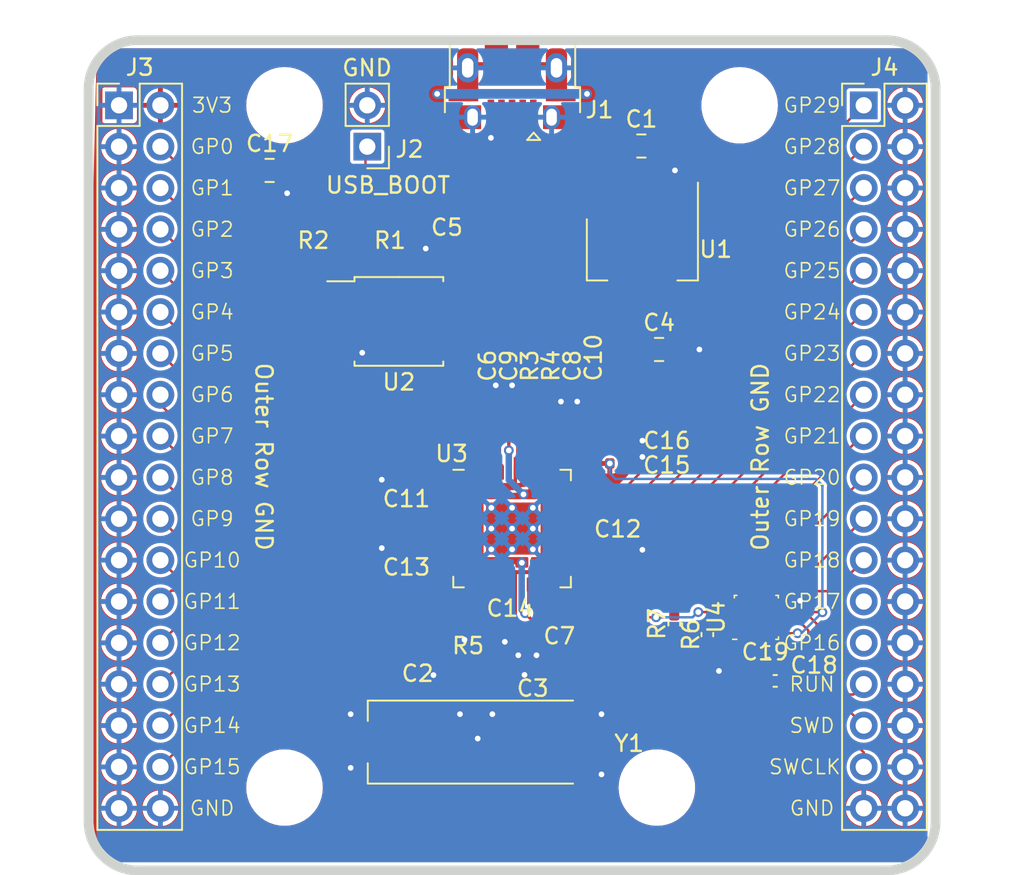
<source format=kicad_pcb>
(kicad_pcb (version 20221018) (generator pcbnew)
  (title_block (title "RP2040 Minimal Design Example") (date "2020-07-13") (rev "REV1") (company "Raspberry Pi (Trading) Ltd"))
  (layers (0 "F.Cu" signal) (31 "B.Cu" signal) (34 "B.Paste" user) (35 "F.Paste" user) (36 "B.SilkS" user "B.Silkscreen") (37 "F.SilkS" user "F.Silkscreen") (38 "B.Mask" user) (39 "F.Mask" user) (44 "Edge.Cuts" user))
  (net 0 "")
  (net 1 "GND")
  (net 2 "VBUS")
  (net 3 "/XIN")
  (net 4 "/XOUT")
  (net 5 "+3V3")
  (net 6 "+1V1")
  (net 8 "/~{USB_BOOT}")
  (net 9 "/GPIO15")
  (net 10 "/GPIO14")
  (net 11 "/GPIO13")
  (net 12 "/GPIO12")
  (net 13 "/GPIO11")
  (net 14 "/GPIO10")
  (net 15 "/GPIO9")
  (net 16 "/GPIO8")
  (net 17 "/GPIO7")
  (net 18 "/GPIO6")
  (net 19 "/GPIO5")
  (net 20 "/GPIO4")
  (net 21 "/GPIO3")
  (net 22 "/GPIO2")
  (net 23 "/GPIO1")
  (net 24 "/GPIO0")
  (net 25 "/GPIO29_ADC3")
  (net 26 "/GPIO28_ADC2")
  (net 27 "/GPIO27_ADC1")
  (net 28 "/GPIO26_ADC0")
  (net 29 "/GPIO25")
  (net 30 "/GPIO24")
  (net 31 "/GPIO23")
  (net 32 "/GPIO22")
  (net 33 "/GPIO21")
  (net 34 "/GPIO20")
  (net 35 "/GPIO19")
  (net 36 "/GPIO18")
  (net 37 "/RUN")
  (net 38 "/SWD")
  (net 39 "/SWCLK")
  (net 40 "/QSPI_SS")
  (net 43 "/QSPI_SD3")
  (net 44 "/QSPI_SCLK")
  (net 45 "/QSPI_SD0")
  (net 46 "/QSPI_SD2")
  (net 47 "/QSPI_SD1")
  (net 48 "/USB_D+")
  (net 49 "/USB_D-")
  (net 50 "Net-(C3-Pad1)")
  (net 51 "Net-(U3-USB_DP)")
  (net 52 "Net-(U3-USB_DM)")
  (net 53 "/SDI")
  (net 54 "/SCK")
  (net 55 "Net-(U4-CSB)")
  (footprint "Capacitor_SMD:C_0805_2012Metric" (layer "F.Cu") (at 109.025 89)
    (fp_text reference "C4")
    (fp_text value "10u")
  )
  (footprint "RP2040_minimal:USB_Micro-B_Amphenol_10103594-0001LF_Horizontal_modified" (layer "F.Cu") (at 100 71.7 180)
    (fp_text reference "J1")
    (fp_text value "USB_B_Micro")
  )
  (footprint "Connector_PinHeader_2.54mm:PinHeader_1x02_P2.54mm_Vertical" (layer "F.Cu") (at 91.11 76.54 180)
    (fp_text reference "J2")
    (fp_text value "Conn_01x02")
  )
  (footprint "Connector_PinHeader_2.54mm:PinHeader_2x18_P2.54mm_Vertical" (layer "F.Cu") (at 75.87 74)
    (fp_text reference "J3")
    (fp_text value "Conn_02x18_Odd_Even")
  )
  (footprint "Capacitor_SMD:C_0402_1005Metric" (layer "F.Cu") (at 104 93.515 90)
    (fp_text reference "C10")
    (fp_text value "1u")
  )
  (footprint "Capacitor_SMD:C_0402_1005Metric" (layer "F.Cu") (at 103 93.515 90)
    (fp_text reference "C8")
    (fp_text value "1u")
  )
  (footprint "Capacitor_SMD:C_0402_1005Metric" (layer "F.Cu") (at 93.515 101.2 180)
    (fp_text reference "C13")
    (fp_text value "100n")
  )
  (footprint "Capacitor_SMD:C_0402_1005Metric" (layer "F.Cu") (at 96.185 82.83 180)
    (fp_text reference "C5")
    (fp_text value "100n")
  )
  (footprint "Capacitor_SMD:C_0402_1005Metric" (layer "F.Cu") (at 89.5 82.315 -90)
    (fp_text reference "R2")
    (fp_text value "DNF")
  )
  (footprint "Connector_PinHeader_2.54mm:PinHeader_2x18_P2.54mm_Vertical" (layer "F.Cu") (at 121.59 74)
    (fp_text reference "J4")
    (fp_text value "Conn_02x18_Odd_Even")
  )
  (footprint "Package_TO_SOT_SMD:SOT-223-3_TabPin2" (layer "F.Cu") (at 108 82.85 -90)
    (fp_text reference "U1")
    (fp_text value "NCP1117-3.3_SOT223")
  )
  (footprint "Package_SO:SOIC-8_5.23x5.23mm_P1.27mm" (layer "F.Cu") (at 93.05 87.275)
    (fp_text reference "U2")
    (fp_text value "W25Q128JVS")
  )
  (footprint "Capacitor_SMD:C_0402_1005Metric" (layer "F.Cu") (at 99.485 109)
    (fp_text reference "C3")
    (fp_text value "27p")
  )
  (footprint "Capacitor_SMD:C_0402_1005Metric" (layer "F.Cu") (at 91 82.315 90)
    (fp_text reference "R1")
    (fp_text value "1k")
  )
  (footprint "Capacitor_SMD:C_0402_1005Metric" (layer "F.Cu") (at 100 92.515 90)
    (fp_text reference "C9")
    (fp_text value "100n")
  )
  (footprint "Capacitor_SMD:C_0402_1005Metric" (layer "F.Cu") (at 106.485 101.2)
    (fp_text reference "C12")
    (fp_text value "100n")
  )
  (footprint "Capacitor_SMD:C_0402_1005Metric" (layer "F.Cu") (at 100.381 106.485 -90)
    (fp_text reference "C14")
    (fp_text value "100n")
  )
  (footprint "Capacitor_SMD:C_0402_1005Metric" (layer "F.Cu") (at 101 93.515 -90)
    (fp_text reference "R3")
    (fp_text value "27")
  )
  (footprint "Capacitor_SMD:C_0402_1005Metric" (layer "F.Cu") (at 101.5 106.485 -90)
    (fp_text reference "C7")
    (fp_text value "100n")
  )
  (footprint "Capacitor_SMD:C_0805_2012Metric" (layer "F.Cu") (at 107.9375 76.5)
    (fp_text reference "C1")
    (fp_text value "10u")
  )
  (footprint "Capacitor_SMD:C_0402_1005Metric" (layer "F.Cu") (at 93.515 97 180)
    (fp_text reference "C11")
    (fp_text value "100n")
  )
  (footprint "Capacitor_SMD:C_0402_1005Metric" (layer "F.Cu") (at 106.485 94.6)
    (fp_text reference "C16")
    (fp_text value "100n")
  )
  (footprint "RP2040_minimal:RP2040-QFN-56" (layer "F.Cu") (at 100 100)
    (fp_text reference "U3")
    (fp_text value "RP2040")
  )
  (footprint "Capacitor_SMD:C_0402_1005Metric" (layer "F.Cu") (at 96.515 109 180)
    (fp_text reference "C2")
    (fp_text value "27p")
  )
  (footprint "MountingHole:MountingHole_2.7mm_M2.5" (layer "F.Cu") (at 113.97 74)
    (fp_text reference "H2" hide)
    (fp_text value "MountingHole")
  )
  (footprint "Capacitor_SMD:C_0402_1005Metric" (layer "F.Cu") (at 102 93.515 -90)
    (fp_text reference "R4")
    (fp_text value "27")
  )
  (footprint "MountingHole:MountingHole_2.7mm_M2.5" (layer "F.Cu") (at 108.89 115.91)
    (fp_text reference "H3" hide)
    (fp_text value "MountingHole")
  )
  (footprint "Capacitor_SMD:C_0402_1005Metric" (layer "F.Cu") (at 99 92.515 90)
    (fp_text reference "C6")
    (fp_text value "100n")
  )
  (footprint "Capacitor_SMD:C_0402_1005Metric" (layer "F.Cu") (at 106.485 96)
    (fp_text reference "C15")
    (fp_text value "100n")
  )
  (footprint "Capacitor_SMD:C_0402_1005Metric" (layer "F.Cu") (at 98.7 107.115 -90)
    (fp_text reference "R5")
    (fp_text value "1k")
  )
  (footprint "MountingHole:MountingHole_2.7mm_M2.5" (layer "F.Cu") (at 86.03 74)
    (fp_text reference "H1" hide)
    (fp_text value "MountingHole")
  )
  (footprint "MountingHole:MountingHole_2.7mm_M2.5" (layer "F.Cu") (at 86.03 115.91)
    (fp_text reference "H4" hide)
    (fp_text value "MountingHole")
  )
  (footprint "RP2040_minimal:Crystal_SMD_HC49-US" (layer "F.Cu") (at 97.841 113.116)
    (fp_text reference "Y1")
    (fp_text value "ABLS-12.000MHZ-B4-T")
  )
  (footprint "Capacitor_SMD:C_0805_2012Metric" (layer "F.Cu") (at 85.115 78)
    (fp_text reference "C17")
    (fp_text value "10u")
  )
  (footprint "Capacitor_SMD:C_0402_1005Metric" (layer "F.Cu") (at 111.9888 106.512 -90)
    (fp_text reference "R6")
    (fp_text value "4.7k")
  )
  (footprint "Package_LGA:Bosch_LGA-8_2.5x2.5mm_P0.65mm_ClockwisePinNumbering" (layer "F.Cu") (at 114.995 105.455 90)
    (fp_text reference "U4")
    (fp_text value "BME280")
  )
  (footprint "Capacitor_SMD:C_0402_1005Metric" (layer "F.Cu") (at 109.9568 105.8516 -90)
    (fp_text reference "R7")
    (fp_text value "4.7k")
  )
  (footprint "Capacitor_SMD:C_0402_1005Metric" (layer "F.Cu") (at 115.6972 107.5788 180)
    (fp_text reference "C19")
    (fp_text value "100n")
  )
  (footprint "Capacitor_SMD:C_0402_1005Metric" (layer "F.Cu") (at 116.1544 109.3568 180)
    (fp_text reference "C18")
    (fp_text value "100n")
  )
  (gr_line (start 123 121) (end 77 121) (stroke (width 0.6)) (layer "Edge.Cuts"))
  (gr_line (start 126 73) (end 126 118) (stroke (width 0.6)) (layer "Edge.Cuts"))
  (gr_line (start 77 70) (end 123 70) (stroke (width 0.6)) (layer "Edge.Cuts"))
  (gr_line (start 74 118) (end 74 73) (stroke (width 0.6)) (layer "Edge.Cuts"))
  (gr_arc (start 77 121) (mid 74.87868 120.12132) (end 74 118) (stroke (width 0.6)) (layer "Edge.Cuts"))
  (gr_arc (start 123 70) (mid 125.12132 70.87868) (end 126 73) (stroke (width 0.6)) (layer "Edge.Cuts"))
  (gr_arc (start 126 118) (mid 125.12132 120.12132) (end 123 121) (stroke (width 0.6)) (layer "Edge.Cuts"))
  (gr_arc (start 74 73) (mid 74.87868 70.87868) (end 77 70) (stroke (width 0.6)) (layer "Edge.Cuts"))
  (gr_text "GP1" (at 81.585 79.08) (layer "F.SilkS") (effects (font (size 0.9 0.9) (thickness 0.1))))
  (gr_text "GP2" (at 81.585 81.62) (layer "F.SilkS") (effects (font (size 0.9 0.9) (thickness 0.1))))
  (gr_text "GP3" (at 81.585 84.16) (layer "F.SilkS") (effects (font (size 0.9 0.9) (thickness 0.1))))
  (gr_text "GP4" (at 81.585 86.7) (layer "F.SilkS") (effects (font (size 0.9 0.9) (thickness 0.1))))
  (gr_text "GP5" (at 81.585 89.24) (layer "F.SilkS") (effects (font (size 0.9 0.9) (thickness 0.1))))
  (gr_text "GP6" (at 81.585 91.78) (layer "F.SilkS") (effects (font (size 0.9 0.9) (thickness 0.1))))
  (gr_text "GP7" (at 81.585 94.32) (layer "F.SilkS") (effects (font (size 0.9 0.9) (thickness 0.1))))
  (gr_text "GP8" (at 81.585 96.86) (layer "F.SilkS") (effects (font (size 0.9 0.9) (thickness 0.1))))
  (gr_text "GP9" (at 81.585 99.4) (layer "F.SilkS") (effects (font (size 0.9 0.9) (thickness 0.1))))
  (gr_text "GP11" (at 81.585 104.48) (layer "F.SilkS") (effects (font (size 0.9 0.9) (thickness 0.1))))
  (gr_text "GP10" (at 81.585 101.94) (layer "F.SilkS") (effects (font (size 0.9 0.9) (thickness 0.1))))
  (gr_text "GP12" (at 81.585 107.02) (layer "F.SilkS") (effects (font (size 0.9 0.9) (thickness 0.1))))
  (gr_text "GP13" (at 81.585 109.56) (layer "F.SilkS") (effects (font (size 0.9 0.9) (thickness 0.1))))
  (gr_text "GP15" (at 81.585 114.64) (layer "F.SilkS") (effects (font (size 0.9 0.9) (thickness 0.1))))
  (gr_text "GP14" (at 81.585 112.1) (layer "F.SilkS") (effects (font (size 0.9 0.9) (thickness 0.1))))
  (gr_text "GP28" (at 118.415 76.54) (layer "F.SilkS") (effects (font (size 0.9 0.9) (thickness 0.1))))
  (gr_text "GP27" (at 118.415 79.08) (layer "F.SilkS") (effects (font (size 0.9 0.9) (thickness 0.1))))
  (gr_text "GP26" (at 118.415 81.62) (layer "F.SilkS") (effects (font (size 0.9 0.9) (thickness 0.1))))
  (gr_text "GP25" (at 118.415 84.16) (layer "F.SilkS") (effects (font (size 0.9 0.9) (thickness 0.1))))
  (gr_text "GP24" (at 118.415 86.7) (layer "F.SilkS") (effects (font (size 0.9 0.9) (thickness 0.1))))
  (gr_text "GP23" (at 118.415 89.24) (layer "F.SilkS") (effects (font (size 0.9 0.9) (thickness 0.1))))
  (gr_text "GP21" (at 118.415 94.32) (layer "F.SilkS") (effects (font (size 0.9 0.9) (thickness 0.1))))
  (gr_text "GP20" (at 118.415 96.86) (layer "F.SilkS") (effects (font (size 0.9 0.9) (thickness 0.1))))
  (gr_text "GP19" (at 118.415 99.4) (layer "F.SilkS") (effects (font (size 0.9 0.9) (thickness 0.1))))
  (gr_text "GP17" (at 118.415 104.48) (layer "F.SilkS") (effects (font (size 0.9 0.9) (thickness 0.1))))
  (gr_text "GP22" (at 118.415 91.78) (layer "F.SilkS") (effects (font (size 0.9 0.9) (thickness 0.1))))
  (gr_text "GP18" (at 118.415 101.94) (layer "F.SilkS") (effects (font (size 0.9 0.9) (thickness 0.1))))
  (gr_text "SWCLK" (at 117.9705 114.64) (layer "F.SilkS") (effects (font (size 0.9 0.9) (thickness 0.1))))
  (gr_text "SWD" (at 118.415 112.1) (layer "F.SilkS") (effects (font (size 0.9 0.9) (thickness 0.1))))
  (gr_text "GP16" (at 118.415 107.02) (layer "F.SilkS") (effects (font (size 0.9 0.9) (thickness 0.1))))
  (gr_text "RUN" (at 118.415 109.56) (layer "F.SilkS") (effects (font (size 0.9 0.9) (thickness 0.1))))
  (gr_text "GND" (at 81.585 117.18) (layer "F.SilkS") (effects (font (size 0.9 0.9) (thickness 0.1))))
  (gr_text "GND" (at 118.415 117.18) (layer "F.SilkS") (effects (font (size 0.9 0.9) (thickness 0.1))))
  (gr_text "GP29" (at 118.415 74) (layer "F.SilkS") (effects (font (size 0.9 0.9) (thickness 0.1))))
  (gr_text "Outer Row GND" (at 84.76 95.59 270) (layer "F.SilkS") (effects (font (size 1 1))))
  (gr_text "Outer Row GND" (at 115.24 95.59 90) (layer "F.SilkS") (effects (font (size 1 1))))
  (gr_text "GP0" (at 81.585 76.54) (layer "F.SilkS") (effects (font (size 0.9 0.9) (thickness 0.1))))
  (gr_text "\nUSB_BOOT" (at 92.38 78.1) (layer "F.SilkS") (effects (font (size 1 1))))
  (gr_text "GND" (at 91.1 71.7) (layer "F.SilkS") (effects (font (size 1 1))))
  (gr_text "3V3" (at 81.585 74) (layer "F.SilkS") (effects (font (size 0.9 0.9) (thickness 0.1))))
  (segment (start 93.03 101.2) (end 92 101.2) (width 0.2) (layer "F.Cu") (net 1))
  (segment (start 113.97 106.43) (end 113.97 108.7472) (width 0.15) (layer "F.Cu") (net 1))
  (segment (start 95.375 82.8) (end 94.7 82.8) (width 0.2) (layer "F.Cu") (net 1))
  (segment (start 97.54 71.45) (end 97.27 71.72) (width 0.2) (layer "F.Cu") (net 1))
  (segment (start 116.6116 108.5948) (end 114.76 108.5948) (width 0.15) (layer "F.Cu") (net 1))
  (segment (start 114.76 108.5948) (end 114.6076 108.7472) (width 0.15) (layer "F.Cu") (net 1))
  (segment (start 89.45 89.18) (end 90.78 89.18) (width 0.2) (layer "F.Cu") (net 1))
  (segment (start 96.03 109) (end 95.174 109) (width 0.2) (layer "F.Cu") (net 1))
  (segment (start 117.7084 105.78) (end 118.1864 106.258) (width 0.15) (layer "F.Cu") (net 1))
  (segment (start 104 93.03) (end 104 92.2) (width 0.2) (layer "F.Cu") (net 1))
  (segment (start 106.97 94.6) (end 108 94.6) (width 0.2) (layer "F.Cu") (net 1))
  (segment (start 99.97 109) (end 100.7505 109) (width 0.15) (layer "F.Cu") (net 1))
  (segment (start 100 92.03) (end 100 91.2) (width 0.2) (layer "F.Cu") (net 1))
  (segment (start 107.6 96) (end 108 95.6) (width 0.15) (layer "F.Cu") (net 1))
  (segment (start 106.97 101.2) (end 107.075 101.305) (width 0.2) (layer "F.Cu") (net 1))
  (segment (start 99 92.03) (end 99 91.200008) (width 0.2) (layer "F.Cu") (net 1))
  (segment (start 99.97 109) (end 99.97 108.68) (width 0.15) (layer "F.Cu") (net 1))
  (segment (start 100.381 106.97) (end 100.381 107.781984) (width 0.2) (layer "F.Cu") (net 1))
  (segment (start 95.7 82.83) (end 95.405 82.83) (width 0.2) (layer "F.Cu") (net 1))
  (segment (start 99.5555 108.2655) (end 99.5555 108.0995) (width 0.15) (layer "F.Cu") (net 1))
  (segment (start 112.7 108.7472) (end 113.97 108.7472) (width 0.15) (layer "F.Cu") (net 1))
  (segment (start 86.14 78.95) (end 86.19 79) (width 0.15) (layer "F.Cu") (net 1))
  (segment (start 110.3 78.3) (end 110 78) (width 0.2) (layer "F.Cu") (net 1))
  (segment (start 98.7 74.6) (end 98.7 76) (width 0.2) (layer "F.Cu") (net 1))
  (segment (start 110.05 89) (end 111.5 89) (width 0.2) (layer "F.Cu") (net 1))
  (segment (start 106.97 96) (end 107.6 96) (width 0.15) (layer "F.Cu") (net 1))
  (segment (start 86.14 78) (end 86.14 79.25) (width 0.15) (layer "F.Cu") (net 1))
  (segment (start 97.079 106.5755) (end 97.079 106.8295) (width 0.15) (layer "F.Cu") (net 1))
  (segment (start 107.075 101.305) (end 108 101.305) (width 0.2) (layer "F.Cu") (net 1))
  (segment (start 99 104.6545) (end 97.079 106.5755) (width 0.15) (layer "F.Cu") (net 1))
  (segment (start 99.04 71.45) (end 97.54 71.45) (width 0.2) (layer "F.Cu") (net 1))
  (segment (start 99 103.4375) (end 99 104.6545) (width 0.15) (layer "F.Cu") (net 1))
  (segment (start 116.02 104.48) (end 117.6276 104.48) (width 0.15) (layer "F.Cu") (net 1))
  (segment (start 115.2172 108.1376) (end 114.6076 108.7472) (width 0.15) (layer "F.Cu") (net 1))
  (segment (start 100.381 107.781984) (end 100.380994 107.78199) (width 0.2) (layer "F.Cu") (net 1))
  (segment (start 108.875 76.5) (end 108.875 76.875) (width 0.2) (layer "F.Cu") (net 1))
  (segment (start 116.02 105.78) (end 117.7084 105.78) (width 0.15) (layer "F.Cu") (net 1))
  (segment (start 100.96 71.45) (end 102.46 71.45) (width 0.2) (layer "F.Cu") (net 1))
  (segment (start 95.405 82.83) (end 95.375 82.8) (width 0.2) (layer "F.Cu") (net 1))
  (segment (start 118.1864 106.258) (end 118.1864 107.02) (width 0.15) (layer "F.Cu") (net 1))
  (segment (start 103 93.03) (end 103 92.2) (width 0.2) (layer "F.Cu") (net 1))
  (segment (start 100.7505 109) (end 100.762 108.9885) (width 0.15) (layer "F.Cu") (net 1))
  (segment (start 99 113.35) (end 99 114.4) (width 0.2) (layer "F.Cu") (net 1))
  (segment (start 117.6276 104.48) (end 117.6784 104.4292) (width 0.15) (layer "F.Cu") (net 1))
  (segment (start 108.875 76.875) (end 110 78) (width 0.2) (layer "F.Cu") (net 1))
  (segment (start 99.97 108.68) (end 99.5555 108.2655) (width 0.15) (layer "F.Cu") (net 1))
  (segment (start 101.5 106.97) (end 101.5 107.782004) (width 0.2) (layer "F.Cu") (net 1))
  (segment (start 110.3 79.7) (end 110.3 78.3) (width 0.2) (layer "F.Cu") (net 1))
  (segment (start 90.78 89.18) (end 90.8 89.2) (width 0.2) (layer "F.Cu") (net 1))
  (segment (start 96.8 111.65) (end 96.8 110.599974) (width 0.2) (layer "F.Cu") (net 1))
  (segment (start 118.1864 107.02) (end 116.6116 108.5948) (width 0.15) (layer "F.Cu") (net 1))
  (segment (start 93.03 97) (end 92 97) (width 0.2) (layer "F.Cu") (net 1))
  (segment (start 86.19 79) (end 86.19 79.1) (width 0.15) (layer "F.Cu") (net 1))
  (segment (start 113.97 108.7472) (end 114.6076 108.7472) (width 0.15) (layer "F.Cu") (net 1))
  (segment (start 115.2172 107.5788) (end 115.2172 108.1376) (width 0.15) (layer "F.Cu") (net 1))
  (segment (start 102.46 71.45) (end 102.73 71.72) (width 0.2) (layer "F.Cu") (net 1))
  (via (at 99.5555 106.9565) (size 0.6) (drill 0.35) (layers "F.Cu" "B.Cu") (net 1))
  (via (at 97.89 112.9) (size 0.6) (drill 0.35) (layers "F.Cu" "B.Cu") (net 1))
  (via (at 98.79 111.4) (size 0.6) (drill 0.35) (layers "F.Cu" "B.Cu") (net 1))
  (via (at 90.09 114.7) (size 0.6) (drill 0.35) (layers "F.Cu" "B.Cu") (net 1))
  (via (at 90.09 111.4) (size 0.6) (drill 0.35) (layers "F.Cu" "B.Cu") (net 1))
  (via (at 105.49 111.4) (size 0.6) (drill 0.35) (layers "F.Cu" "B.Cu") (net 1))
  (via (at 108 94.6) (size 0.6) (drill 0.35) (layers "F.Cu" "B.Cu") (net 1))
  (via (at 92 97) (size 0.6) (drill 0.35) (layers "F.Cu" "B.Cu") (net 1))
  (via (at 104 92.2) (size 0.6) (drill 0.35) (layers "F.Cu" "B.Cu") (net 1))
  (via (at 110 78) (size 0.6) (drill 0.35) (layers "F.Cu" "B.Cu") (net 1))
  (via (at 101.5 107.782004) (size 0.6) (drill 0.35) (layers "F.Cu" "B.Cu") (net 1))
  (via (at 108 101.305) (size 0.6) (drill 0.35) (layers "F.Cu" "B.Cu") (net 1))
  (via (at 108 95.6) (size 0.6) (drill 0.35) (layers "F.Cu" "B.Cu") (net 1))
  (via (at 92 101.2) (size 0.6) (drill 0.35) (layers "F.Cu" "B.Cu") (net 1))
  (via (at 98.7 76) (size 0.6) (drill 0.35) (layers "F.Cu" "B.Cu") (net 1))
  (via (at 99 91.200008) (size 0.6) (drill 0.35) (layers "F.Cu" "B.Cu") (net 1))
  (via (at 86.19 79.4) (size 0.6) (drill 0.35) (layers "F.Cu" "B.Cu") (net 1))
  (via (at 117.6784 104.4292) (size 0.6) (drill 0.35) (layers "F.Cu" "B.Cu") (net 1))
  (via (at 100.380994 107.78199) (size 0.6) (drill 0.35) (layers "F.Cu" "B.Cu") (net 1))
  (via (at 95.174 109) (size 0.6) (drill 0.35) (layers "F.Cu" "B.Cu") (net 1))
  (via (at 111.5 89) (size 0.6) (drill 0.35) (layers "F.Cu" "B.Cu") (net 1))
  (via (at 100.762 108.9885) (size 0.6) (drill 0.35) (layers "F.Cu" "B.Cu") (net 1))
  (via (at 96.8 111.4) (size 0.6) (drill 0.35) (layers "F.Cu" "B.Cu") (net 1))
  (via (at 105.49 115.1) (size 0.6) (drill 0.35) (layers "F.Cu" "B.Cu") (net 1))
  (via (at 103 92.2) (size 0.6) (drill 0.35) (layers "F.Cu" "B.Cu") (net 1))
  (via (at 112.7 108.7472) (size 0.6) (drill 0.35) (layers "F.Cu" "B.Cu") (net 1))
  (via (at 100 91.2) (size 0.6) (drill 0.35) (layers "F.Cu" "B.Cu") (net 1))
  (via (at 97.079 106.8295) (size 0.6) (drill 0.35) (layers "F.Cu" "B.Cu") (net 1))
  (via (at 90.8 89.2) (size 0.6) (drill 0.35) (layers "F.Cu" "B.Cu") (net 1))
  (via (at 94.7 82.8) (size 0.6) (drill 0.35) (layers "F.Cu" "B.Cu") (net 1))
  (segment (start 103.299999 92.499999) (end 103 92.2) (width 0.2) (layer "B.Cu") (net 1))
  (segment (start 103.8 93) (end 103.299999 92.499999) (width 0.2) (layer "B.Cu") (net 1))
  (segment (start 104 93) (end 103.8 93) (width 0.2) (layer "B.Cu") (net 1))
  (segment (start 101.3 75.5) (end 102.1 76.3) (width 0.4) (layer "F.Cu") (net 2))
  (segment (start 101.3 74.525) (end 101.3 75.5) (width 0.4) (layer "F.Cu") (net 2))
  (segment (start 97.6505 109.6505) (end 97.6505 111.7825) (width 0.15) (layer "F.Cu") (net 3))
  (segment (start 97.8 108.2) (end 97 109) (width 0.15) (layer "F.Cu") (net 3))
  (segment (start 96.317 113.116) (end 93.341 113.116) (width 0.15) (layer "F.Cu") (net 3))
  (segment (start 99.4 104.937861) (end 97.8 106.537861) (width 0.15) (layer "F.Cu") (net 3))
  (segment (start 97.6505 111.7825) (end 96.317 113.116) (width 0.15) (layer "F.Cu") (net 3))
  (segment (start 97 109) (end 97.6505 109.6505) (width 0.15) (layer "F.Cu") (net 3))
  (segment (start 97.8 106.537861) (end 97.8 108.2) (width 0.15) (layer "F.Cu") (net 3))
  (segment (start 99.4 103.4375) (end 99.4 104.937861) (width 0.15) (layer "F.Cu") (net 3))
  (segment (start 98.7 106.2) (end 98.7 106.63) (width 0.15) (layer "F.Cu") (net 4))
  (segment (start 99.8 105.1) (end 98.7 106.2) (width 0.15) (layer "F.Cu") (net 4))
  (segment (start 99.8 103.4375) (end 99.8 105.1) (width 0.15) (layer "F.Cu") (net 4))
  (segment (start 119.0396 105.13) (end 117.9832 105.13) (width 0.15) (layer "F.Cu") (net 5))
  (segment (start 100.2 97.4) (end 100.2 97) (width 0.2) (layer "F.Cu") (net 5))
  (segment (start 100.6 96.5625) (end 100.6 97.2) (width 0.2) (layer "F.Cu") (net 5))
  (segment (start 100.350001 94.112535) (end 100.350001 95.549999) (width 0.2) (layer "F.Cu") (net 5))
  (segment (start 100.2 96.5625) (end 100.2 97.4) (width 0.2) (layer "F.Cu") (net 5))
  (segment (start 100.2 95.7) (end 100.2 96.5625) (width 0.2) (layer "F.Cu") (net 5))
  (segment (start 100 93.762534) (end 100.350001 94.112535) (width 0.2) (layer "F.Cu") (net 5))
  (segment (start 74.7 72.9) (end 74.7 75.2) (width 0.3) (layer "F.Cu") (net 5))
  (segment (start 96.65 85.37) (end 96.65 82.85) (width 0.2) (layer "F.Cu") (net 5))
  (segment (start 100.701 106) (end 100.9525 106.2515) (width 0.15) (layer "F.Cu") (net 5))
  (segment (start 100.2 103.4375) (end 100.2 102.8) (width 0.2) (layer "F.Cu") (net 5))
  (segment (start 102.2 96.1) (end 103.6 94.7) (width 0.2) (layer "F.Cu") (net 5))
  (segment (start 96.5625 97.4) (end 95.7 97.4) (width 0.2) (layer "F.Cu") (net 5))
  (segment (start 103.4375 101) (end 105.8 101) (width 0.2) (layer "F.Cu") (net 5))
  (segment (start 100.381 105.6865) (end 100.381 106) (width 0.2) (layer "F.Cu") (net 5))
  (segment (start 100.6 97.2) (end 100.4 97.4) (width 0.2) (layer "F.Cu") (net 5))
  (segment (start 118.6944 105.8412) (end 118.6944 107.2968) (width 0.15) (layer "F.Cu") (net 5))
  (segment (start 108 86) (end 108 89) (width 0.2) (layer "F.Cu") (net 5))
  (segment (start 100.9525 108.163) (end 101.096505 108.307005) (width 0.15) (layer "F.Cu") (net 5))
  (segment (start 116.02 105.13) (end 117.9832 105.13) (width 0.15) (layer "F.Cu") (net 5))
  (segment (start 94.2 101) (end 94 101.2) (width 0.2) (layer "F.Cu") (net 5))
  (segment (start 100.2 102.8) (end 100 102.6) (width 0.2) (layer "F.Cu") (net 5))
  (segment (start 117.9832 105.13) (end 118.6944 105.8412) (width 0.15) (layer "F.Cu") (net 5))
  (segment (start 96.5625 97.4) (end 97.4 97.4) (width 0.2) (layer "F.Cu") (net 5))
  (segment (start 100.2 103.4375) (end 100.2 105.5055) (width 0.2) (layer "F.Cu") (net 5))
  (segment (start 100.350001 95.549999) (end 100.2 95.7) (width 0.2) (layer "F.Cu") (net 5))
  (segment (start 119.05 105.1404) (end 119.0396 105.13) (width 0.15) (layer "F.Cu") (net 5))
  (segment (start 117.526 106.43) (end 116.9672 106.43) (width 0.15) (layer "F.Cu") (net 5))
  (segment (start 96.5625 101) (end 94.2 101) (width 0.2) (layer "F.Cu") (net 5))
  (segment (start 103.4375 97.4) (end 102.6 97.4) (width 0.2) (layer "F.Cu") (net 5))
  (segment (start 116.9672 106.7888) (end 116.1772 107.5788) (width 0.15) (layer "F.Cu") (net 5))
  (segment (start 100.9525 106.2515) (end 100.9525 108.163) (width 0.15) (layer "F.Cu") (net 5))
  (segment (start 103.4375 101) (end 102.6 101) (width 0.2) (layer "F.Cu") (net 5))
  (segment (start 96.65 82.85) (end 96.67 82.83) (width 0.2) (layer "F.Cu") (net 5))
  (segment (start 102.6 96.5625) (end 102.6 97.4) (width 0.2) (layer "F.Cu") (net 5))
  (segment (start 101.096505 108.307005) (end 102.141995 108.307005) (width 0.15) (layer "F.Cu") (net 5))
  (segment (start 116.9672 106.43) (end 116.02 106.43) (width 0.15) (layer "F.Cu") (net 5))
  (segment (start 102.2 96.5625) (end 102.2 96.1) (width 0.2) (layer "F.Cu") (net 5))
  (segment (start 100.6 95.799998) (end 100.350001 95.549999) (width 0.2) (layer "F.Cu") (net 5))
  (segment (start 96.5625 101) (end 97.4 101) (width 0.2) (layer "F.Cu") (net 5))
  (segment (start 102.2 97.2) (end 102.4 97.4) (width 0.2) (layer "F.Cu") (net 5))
  (segment (start 116.9672 106.43) (end 116.9672 106.7888) (width 0.15) (layer "F.Cu") (net 5))
  (segment (start 100.2 105.5055) (end 100.381 105.6865) (width 0.2) (layer "F.Cu") (net 5))
  (segment (start 100.381 106) (end 100.701 106) (width 0.15) (layer "F.Cu") (net 5))
  (segment (start 105.8 101) (end 106 101.2) (width 0.2) (layer "F.Cu") (net 5))
  (segment (start 100 93) (end 100 93.762534) (width 0.2) (layer "F.Cu") (net 5))
  (segment (start 102.2 96.5625) (end 102.2 97.2) (width 0.2) (layer "F.Cu") (net 5))
  (segment (start 118.6944 107.2968) (end 116.6344 109.3568) (width 0.15) (layer "F.Cu") (net 5))
  (segment (start 100.6 96.5625) (end 100.6 95.799998) (width 0.2) (layer "F.Cu") (net 5))
  (via (at 104.6 73.3) (size 0.6) (drill 0.35) (layers "F.Cu" "B.Cu") (net 5))
  (via (at 119.05 105.1404) (size 0.6) (drill 0.35) (layers "F.Cu" "B.Cu") (net 5))
  (via (at 106 96) (size 0.6) (drill 0.35) (layers "F.Cu" "B.Cu") (net 5))
  (via (at 117.526 106.43) (size 0.6) (drill 0.35) (layers "F.Cu" "B.Cu") (net 5))
  (via (at 95.4 73.3) (size 0.6) (drill 0.35) (layers "F.Cu" "B.Cu") (net 5))
  (segment (start 119.05 105.1404) (end 119.05 97.38) (width 0.15) (layer "B.Cu") (net 5))
  (segment (start 119.06 97.37) (end 118.64 96.95) (width 0.15) (layer "B.Cu") (net 5))
  (segment (start 106.34 96.95) (end 106 96.61) (width 0.15) (layer "B.Cu") (net 5))
  (segment (start 106 96.61) (end 106 96) (width 0.15) (layer "B.Cu") (net 5))
  (segment (start 119.05 97.38) (end 119.06 97.37) (width 0.15) (layer "B.Cu") (net 5))
  (segment (start 117.526 106.43) (end 117.7604 106.43) (width 0.15) (layer "B.Cu") (net 5))
  (segment (start 118.64 96.95) (end 106.34 96.95) (width 0.15) (layer "B.Cu") (net 5))
  (segment (start 117.7604 106.43) (end 119.05 105.1404) (width 0.15) (layer "B.Cu") (net 5))
  (segment (start 104.6 73.3) (end 95.4 73.3) (width 0.6) (layer "B.Cu") (net 5))
  (segment (start 99.8 96.5625) (end 99.8 95.199994) (width 0.2) (layer "F.Cu") (net 6))
  (segment (start 101.8 96.5625) (end 101.8 95.8) (width 0.2) (layer "F.Cu") (net 6))
  (segment (start 99 93) (end 99 93.295) (width 0.2) (layer "F.Cu") (net 6))
  (segment (start 100.6 105) (end 100.8 105.2) (width 0.2) (layer "F.Cu") (net 6))
  (segment (start 100.5 97.9) (end 100.7 97.9) (width 0.15) (layer "F.Cu") (net 6))
  (segment (start 100.6 103.4375) (end 100.6 105) (width 0.2) (layer "F.Cu") (net 6))
  (segment (start 101.8 95.8) (end 103 94.6) (width 0.2) (layer "F.Cu") (net 6))
  (segment (start 100.4 98) (end 100.5 97.9) (width 0.15) (layer "F.Cu") (net 6))
  (segment (start 99 93.295) (end 99.8 94.095) (width 0.2) (layer "F.Cu") (net 6))
  (segment (start 103 94.6) (end 103 94) (width 0.2) (layer "F.Cu") (net 6))
  (segment (start 101.8 96.5625) (end 101.8 97.4) (width 0.2) (layer "F.Cu") (net 6))
  (segment (start 101.5 105.9) (end 100.8 105.2) (width 0.2) (layer "F.Cu") (net 6))
  (segment (start 101.5 106) (end 101.5 105.9) (width 0.2) (layer "F.Cu") (net 6))
  (segment (start 99.8 94.77573) (end 99.8 95.199994) (width 0.2) (layer "F.Cu") (net 6))
  (segment (start 99.8 94.095) (end 99.8 94.77573) (width 0.2) (layer "F.Cu") (net 6))
  (via (at 99.8 95.199994) (size 0.6) (drill 0.35) (layers "F.Cu" "B.Cu") (net 6))
  (via (at 100.7 97.9) (size 0.6) (drill 0.35) (layers "F.Cu" "B.Cu") (net 6))
  (via (at 100.59997 102.1) (size 0.6) (drill 0.35) (layers "F.Cu" "B.Cu") (net 6))
  (via (at 100.8 105.2) (size 0.6) (drill 0.35) (layers "F.Cu" "B.Cu") (net 6))
  (segment (start 100.59 102.10997) (end 100.59997 102.1) (width 0.4) (layer "B.Cu") (net 6))
  (segment (start 99.8 97.01) (end 100.69 97.9) (width 0.4) (layer "B.Cu") (net 6))
  (segment (start 99.8 95.199994) (end 99.8 97.01) (width 0.4) (layer "B.Cu") (net 6))
  (segment (start 100.69 97.9) (end 100.7 97.9) (width 0.4) (layer "B.Cu") (net 6))
  (segment (start 100.59 104.99) (end 100.59 102.10997) (width 0.4) (layer "B.Cu") (net 6))
  (segment (start 100.8 105.2) (end 100.59 104.99) (width 0.4) (layer "B.Cu") (net 6))
  (segment (start 91 81.83) (end 91 76.65) (width 0.15) (layer "F.Cu") (net 8))
  (segment (start 91 76.65) (end 91.11 76.54) (width 0.15) (layer "F.Cu") (net 8))
  (segment (start 96.687861 106.35) (end 86.7 106.35) (width 0.15) (layer "F.Cu") (net 9))
  (segment (start 98.6 104.437861) (end 96.687861 106.35) (width 0.15) (layer "F.Cu") (net 9))
  (segment (start 86.7 106.35) (end 78.41 114.64) (width 0.15) (layer "F.Cu") (net 9))
  (segment (start 98.6 103.4375) (end 98.6 104.437861) (width 0.15) (layer "F.Cu") (net 9))
  (segment (start 98.2 104.19) (end 96.675 105.715) (width 0.15) (layer "F.Cu") (net 10))
  (segment (start 96.675 105.715) (end 84.795 105.715) (width 0.15) (layer "F.Cu") (net 10))
  (segment (start 98.2 103.4375) (end 98.2 104.19) (width 0.15) (layer "F.Cu") (net 10))
  (segment (start 84.795 105.715) (end 78.41 112.1) (width 0.15) (layer "F.Cu") (net 10))
  (segment (start 97.8 103.875) (end 96.595 105.08) (width 0.15) (layer "F.Cu") (net 11))
  (segment (start 97.8 103.4375) (end 97.8 103.875) (width 0.15) (layer "F.Cu") (net 11))
  (segment (start 82.89 105.08) (end 78.41 109.56) (width 0.15) (layer "F.Cu") (net 11))
  (segment (start 96.595 105.08) (end 82.89 105.08) (width 0.15) (layer "F.Cu") (net 11))
  (segment (start 97.0975 103.5375) (end 96.19 104.445) (width 0.15) (layer "F.Cu") (net 12))
  (segment (start 97.3 103.5375) (end 97.0975 103.5375) (width 0.15) (layer "F.Cu") (net 12))
  (segment (start 80.985 104.445) (end 78.41 107.02) (width 0.15) (layer "F.Cu") (net 12))
  (segment (start 96.19 104.445) (end 80.985 104.445) (width 0.15) (layer "F.Cu") (net 12))
  (segment (start 97.4 103.4375) (end 97.3 103.5375) (width 0.15) (layer "F.Cu") (net 12))
  (segment (start 96.13 102.6) (end 94.92 103.81) (width 0.15) (layer "F.Cu") (net 13))
  (segment (start 79.08 103.81) (end 78.41 104.48) (width 0.15) (layer "F.Cu") (net 13))
  (segment (start 94.92 103.81) (end 79.08 103.81) (width 0.15) (layer "F.Cu") (net 13))
  (segment (start 96.5625 102.6) (end 96.13 102.6) (width 0.15) (layer "F.Cu") (net 13))
  (segment (start 95.26 102.2) (end 94.285 103.175) (width 0.15) (layer "F.Cu") (net 14))
  (segment (start 96.5625 102.2) (end 95.26 102.2) (width 0.15) (layer "F.Cu") (net 14))
  (segment (start 94.285 103.175) (end 79.645 103.175) (width 0.15) (layer "F.Cu") (net 14))
  (segment (start 79.645 103.175) (end 78.41 101.94) (width 0.15) (layer "F.Cu") (net 14))
  (segment (start 81.55 102.54) (end 78.41 99.4) (width 0.15) (layer "F.Cu") (net 15))
  (segment (start 94.285 102.54) (end 81.55 102.54) (width 0.15) (layer "F.Cu") (net 15))
  (segment (start 95.025 101.8) (end 94.285 102.54) (width 0.15) (layer "F.Cu") (net 15))
  (segment (start 96.5625 101.8) (end 95.025 101.8) (width 0.15) (layer "F.Cu") (net 15))
  (segment (start 83.455 101.905) (end 78.41 96.86) (width 0.15) (layer "F.Cu") (net 16))
  (segment (start 94.79 101.4) (end 94.285 101.905) (width 0.15) (layer "F.Cu") (net 16))
  (segment (start 94.285 101.905) (end 83.455 101.905) (width 0.15) (layer "F.Cu") (net 16))
  (segment (start 96.5625 101.4) (end 94.79 101.4) (width 0.15) (layer "F.Cu") (net 16))
  (segment (start 84.69 100.6) (end 78.41 94.32) (width 0.15) (layer "F.Cu") (net 17))
  (segment (start 96.5625 100.6) (end 84.69 100.6) (width 0.15) (layer "F.Cu") (net 17))
  (segment (start 78.41 92.38) (end 78.41 91.78) (width 0.15) (layer "F.Cu") (net 18))
  (segment (start 86.23 100.2) (end 78.41 92.38) (width 0.15) (layer "F.Cu") (net 18))
  (segment (start 96.5625 100.2) (end 86.23 100.2) (width 0.15) (layer "F.Cu") (net 18))
  (segment (start 96.5625 99.8) (end 87.1 99.8) (width 0.15) (layer "F.Cu") (net 19))
  (segment (start 87.1 99.8) (end 79.68 92.38) (width 0.15) (layer "F.Cu") (net 19))
  (segment (start 79.68 90.51) (end 78.41 89.24) (width 0.15) (layer "F.Cu") (net 19))
  (segment (start 79.68 92.38) (end 79.68 90.51) (width 0.15) (layer "F.Cu") (net 19))
  (segment (start 96.5625 99.4) (end 87.97 99.4) (width 0.15) (layer "F.Cu") (net 20))
  (segment (start 80.95 89.24) (end 78.41 86.7) (width 0.15) (layer "F.Cu") (net 20))
  (segment (start 87.97 99.4) (end 80.95 92.38) (width 0.15) (layer "F.Cu") (net 20))
  (segment (start 80.95 92.38) (end 80.95 89.24) (width 0.15) (layer "F.Cu") (net 20))
  (segment (start 82.22 92.38) (end 82.22 87.9525) (width 0.15) (layer "F.Cu") (net 21))
  (segment (start 88.84 99) (end 82.22 92.38) (width 0.15) (layer "F.Cu") (net 21))
  (segment (start 78.4275 84.16) (end 78.41 84.16) (width 0.15) (layer "F.Cu") (net 21))
  (segment (start 96.5625 99) (end 88.84 99) (width 0.15) (layer "F.Cu") (net 21))
  (segment (start 82.22 87.9525) (end 78.4275 84.16) (width 0.15) (layer "F.Cu") (net 21))
  (segment (start 83.49 86.6825) (end 78.4275 81.62) (width 0.15) (layer "F.Cu") (net 22))
  (segment (start 83.49 92.38) (end 83.49 86.6825) (width 0.15) (layer "F.Cu") (net 22))
  (segment (start 78.4275 81.62) (end 78.41 81.62) (width 0.15) (layer "F.Cu") (net 22))
  (segment (start 96.5625 98.6) (end 89.71 98.6) (width 0.15) (layer "F.Cu") (net 22))
  (segment (start 89.71 98.6) (end 83.49 92.38) (width 0.15) (layer "F.Cu") (net 22))
  (segment (start 84.76 85.4125) (end 78.4275 79.08) (width 0.15) (layer "F.Cu") (net 23))
  (segment (start 78.4275 79.08) (end 78.41 79.08) (width 0.15) (layer "F.Cu") (net 23))
  (segment (start 96.5625 98.2) (end 90.58 98.2) (width 0.15) (layer "F.Cu") (net 23))
  (segment (start 84.76 92.38) (end 84.76 85.4125) (width 0.15) (layer "F.Cu") (net 23))
  (segment (start 90.58 98.2) (end 84.76 92.38) (width 0.15) (layer "F.Cu") (net 23))
  (segment (start 86.03 92.38) (end 86.03 84.16) (width 0.15) (layer "F.Cu") (net 24))
  (segment (start 96.5625 97.8) (end 91.45 97.8) (width 0.15) (layer "F.Cu") (net 24))
  (segment (start 86.03 84.16) (end 78.41 76.54) (width 0.15) (layer "F.Cu") (net 24))
  (segment (start 91.45 97.8) (end 86.03 92.38) (width 0.15) (layer "F.Cu") (net 24))
  (segment (start 121.58125 74) (end 121.59 74) (width 0.15) (layer "F.Cu") (net 25))
  (segment (start 112.065 83.51625) (end 121.58125 74) (width 0.15) (layer "F.Cu") (net 25))
  (segment (start 106.645 97.8) (end 112.065 92.38) (width 0.15) (layer "F.Cu") (net 25))
  (segment (start 112.065 92.38) (end 112.065 83.51625) (width 0.15) (layer "F.Cu") (net 25))
  (segment (start 103.4375 97.8) (end 106.645 97.8) (width 0.15) (layer "F.Cu") (net 25))
  (segment (start 113.335 92.38) (end 113.335 84.795) (width 0.15) (layer "F.Cu") (net 26))
  (segment (start 103.4375 98.2) (end 107.515 98.2) (width 0.15) (layer "F.Cu") (net 26))
  (segment (start 120.93 77.2) (end 121.59 76.54) (width 0.15) (layer "F.Cu") (net 26))
  (segment (start 113.335 84.795) (end 120.93 77.2) (width 0.15) (layer "F.Cu") (net 26))
  (segment (start 107.515 98.2) (end 113.335 92.38) (width 0.15) (layer "F.Cu") (net 26))
  (segment (start 114.605 92.38) (end 114.605 86.065) (width 0.15) (layer "F.Cu") (net 27))
  (segment (start 108.385 98.6) (end 114.605 92.38) (width 0.15) (layer "F.Cu") (net 27))
  (segment (start 120.92 79.75) (end 121.59 79.08) (width 0.15) (layer "F.Cu") (net 27))
  (segment (start 103.4375 98.6) (end 108.385 98.6) (width 0.15) (layer "F.Cu") (net 27))
  (segment (start 114.605 86.065) (end 120.92 79.75) (width 0.15) (layer "F.Cu") (net 27))
  (segment (start 120.92 82.29) (end 121.59 81.62) (width 0.15) (layer "F.Cu") (net 28))
  (segment (start 109.2725 99) (end 115.875 92.3975) (width 0.15) (layer "F.Cu") (net 28))
  (segment (start 103.4375 99) (end 109.2725 99) (width 0.15) (layer "F.Cu") (net 28))
  (segment (start 115.875 92.3975) (end 115.875 87.335) (width 0.15) (layer "F.Cu") (net 28))
  (segment (start 115.875 87.335) (end 120.92 82.29) (width 0.15) (layer "F.Cu") (net 28))
  (segment (start 103.4375 99.4) (end 110.125 99.4) (width 0.15) (layer "F.Cu") (net 29))
  (segment (start 120.92 84.83) (end 121.59 84.16) (width 0.15) (layer "F.Cu") (net 29))
  (segment (start 110.125 99.4) (end 117.145 92.38) (width 0.15) (layer "F.Cu") (net 29))
  (segment (start 117.145 92.38) (end 117.145 88.605) (width 0.15) (layer "F.Cu") (net 29))
  (segment (start 117.145 88.605) (end 120.92 84.83) (width 0.15) (layer "F.Cu") (net 29))
  (segment (start 110.995 99.8) (end 118.415 92.38) (width 0.15) (layer "F.Cu") (net 30))
  (segment (start 118.415 89.875) (end 120.92 87.37) (width 0.15) (layer "F.Cu") (net 30))
  (segment (start 118.415 92.38) (end 118.415 89.875) (width 0.15) (layer "F.Cu") (net 30))
  (segment (start 120.92 87.37) (end 121.59 86.7) (width 0.15) (layer "F.Cu") (net 30))
  (segment (start 103.4375 99.8) (end 110.995 99.8) (width 0.15) (layer "F.Cu") (net 30))
  (segment (start 111.865 100.2) (end 105.2 100.2) (width 0.15) (layer "F.Cu") (net 31))
  (segment (start 121.59 89.24) (end 119.685 91.145) (width 0.15) (layer "F.Cu") (net 31))
  (segment (start 119.685 91.145) (end 119.685 92.38) (width 0.15) (layer "F.Cu") (net 31))
  (segment (start 105.2 100.2) (end 103.4375 100.2) (width 0.15) (layer "F.Cu") (net 31))
  (segment (start 119.685 92.38) (end 111.865 100.2) (width 0.15) (layer "F.Cu") (net 31))
  (segment (start 112.77 100.6) (end 120.32 93.05) (width 0.15) (layer "F.Cu") (net 32))
  (segment (start 120.32 93.05) (end 121.59 91.78) (width 0.15) (layer "F.Cu") (net 32))
  (segment (start 103.4375 100.6) (end 112.77 100.6) (width 0.15) (layer "F.Cu") (net 32))
  (segment (start 103.4375 101.4) (end 104.56875 101.4) (width 0.15) (layer "F.Cu") (net 33))
  (segment (start 105.10875 101.94) (end 113.843 101.94) (width 0.15) (layer "F.Cu") (net 33))
  (segment (start 104.56875 101.4) (end 105.10875 101.94) (width 0.15) (layer "F.Cu") (net 33))
  (segment (start 113.843 101.94) (end 121.463 94.32) (width 0.15) (layer "F.Cu") (net 33))
  (segment (start 121.463 94.32) (end 121.59 94.32) (width 0.15) (layer "F.Cu") (net 33))
  (segment (start 115.875 102.575) (end 121.59 96.86) (width 0.15) (layer "F.Cu") (net 34))
  (segment (start 103.4375 101.8) (end 104.305 101.8) (width 0.15) (layer "F.Cu") (net 34))
  (segment (start 104.305 101.8) (end 105.08 102.575) (width 0.15) (layer "F.Cu") (net 34))
  (segment (start 105.08 102.575) (end 115.875 102.575) (width 0.15) (layer "F.Cu") (net 34))
  (segment (start 117.78 103.21) (end 121.59 99.4) (width 0.15) (layer "F.Cu") (net 35))
  (segment (start 104.07 102.2) (end 105.08 103.21) (width 0.15) (layer "F.Cu") (net 35))
  (segment (start 103.4375 102.2) (end 104.07 102.2) (width 0.15) (layer "F.Cu") (net 35))
  (segment (start 105.08 103.21) (end 117.78 103.21) (width 0.15) (layer "F.Cu") (net 35))
  (segment (start 119.685 103.845) (end 105.08 103.845) (width 0.15) (layer "F.Cu") (net 36))
  (segment (start 105.08 103.845) (end 103.835 102.6) (width 0.15) (layer "F.Cu") (net 36))
  (segment (start 121.59 101.94) (end 119.685 103.845) (width 0.15) (layer "F.Cu") (net 36))
  (segment (start 103.835 102.6) (end 103.4375 102.6) (width 0.15) (layer "F.Cu") (net 36))
  (segment (start 105.928528 105.75) (end 103.35 105.75) (width 0.15) (layer "F.Cu") (net 37))
  (segment (start 110.373528 110.195) (end 105.928528 105.75) (width 0.15) (layer "F.Cu") (net 37))
  (segment (start 103.35 105.75) (end 101.8 104.2) (width 0.15) (layer "F.Cu") (net 37))
  (segment (start 120.955 110.195) (end 110.373528 110.195) (width 0.15) (layer "F.Cu") (net 37))
  (segment (start 121.59 109.56) (end 120.955 110.195) (width 0.15) (layer "F.Cu") (net 37))
  (segment (start 101.8 104.2) (end 101.8 103.4375) (width 0.15) (layer "F.Cu") (net 37))
  (segment (start 121.59 112.1) (end 120.193 110.703) (width 0.15) (layer "F.Cu") (net 38))
  (segment (start 103.385 106.385) (end 101.4 104.4) (width 0.15) (layer "F.Cu") (net 38))
  (segment (start 101.4 104.4) (end 101.4 103.4375) (width 0.15) (layer "F.Cu") (net 38))
  (segment (start 120.193 110.703) (end 110.457264 110.703) (width 0.15) (layer "F.Cu") (net 38))
  (segment (start 106.139264 106.385) (end 103.385 106.385) (width 0.15) (layer "F.Cu") (net 38))
  (segment (start 110.457264 110.703) (end 106.139264 106.385) (width 0.15) (layer "F.Cu") (net 38))
  (segment (start 121.59 114.64) (end 121.59 113.751) (width 0.15) (layer "F.Cu") (net 39))
  (segment (start 118.923 111.084) (end 110.414 111.084) (width 0.15) (layer "F.Cu") (net 39))
  (segment (start 121.59 113.751) (end 118.923 111.084) (width 0.15) (layer "F.Cu") (net 39))
  (segment (start 110.414 111.084) (end 106.35 107.02) (width 0.15) (layer "F.Cu") (net 39))
  (segment (start 103.408501 107.02) (end 101 104.611499) (width 0.15) (layer "F.Cu") (net 39))
  (segment (start 101 104.611499) (end 101 103.4375) (width 0.15) (layer "F.Cu") (net 39))
  (segment (start 106.35 107.02) (end 103.408501 107.02) (width 0.15) (layer "F.Cu") (net 39))
  (segment (start 89.45 85.37) (end 89.45 82.85) (width 0.15) (layer "F.Cu") (net 40))
  (segment (start 87.5 90.2) (end 88.6 91.3) (width 0.15) (layer "F.Cu") (net 40))
  (segment (start 92.3 91.3) (end 97.4 96.4) (width 0.15) (layer "F.Cu") (net 40))
  (segment (start 97.4 96.4) (end 97.4 96.6) (width 0.15) (layer "F.Cu") (net 40))
  (segment (start 88.93 85.37) (end 87.5 86.8) (width 0.15) (layer "F.Cu") (net 40))
  (segment (start 89.45 85.37) (end 88.93 85.37) (width 0.15) (layer "F.Cu") (net 40))
  (segment (start 89.5 82.8) (end 91 82.8) (width 0.15) (layer "F.Cu") (net 40))
  (segment (start 97.4 96.6) (end 97.4 96.6275) (width 0.15) (layer "F.Cu") (net 40))
  (segment (start 87.5 86.8) (end 87.5 90.2) (width 0.15) (layer "F.Cu") (net 40))
  (segment (start 88.6 91.3) (end 92.3 91.3) (width 0.15) (layer "F.Cu") (net 40))
  (segment (start 89.45 82.85) (end 89.5 82.8) (width 0.15) (layer "F.Cu") (net 40))
  (segment (start 98.4 90.6) (end 98.4 87.8) (width 0.15) (layer "F.Cu") (net 43))
  (segment (start 97.24 86.64) (end 96.65 86.64) (width 0.15) (layer "F.Cu") (net 43))
  (segment (start 97.9 91.1) (end 98.4 90.6) (width 0.15) (layer "F.Cu") (net 43))
  (segment (start 98.4 87.8) (end 97.24 86.64) (width 0.15) (layer "F.Cu") (net 43))
  (segment (start 99.251321 94.251321) (end 97.9 92.9) (width 0.15) (layer "F.Cu") (net 43))
  (segment (start 97.9 92.9) (end 97.9 91.1) (width 0.15) (layer "F.Cu") (net 43))
  (segment (start 99.4 96.5625) (end 99.4 96.125) (width 0.15) (layer "F.Cu") (net 43))
  (segment (start 99.251321 95.976321) (end 99.251321 94.251321) (width 0.15) (layer "F.Cu") (net 43))
  (segment (start 99.4 96.125) (end 99.251321 95.976321) (width 0.15) (layer "F.Cu") (net 43))
  (segment (start 97.3 90.9) (end 97.8 90.4) (width 0.15) (layer "F.Cu") (net 44))
  (segment (start 98.95131 96.52381) (end 98.95131 94.75131) (width 0.15) (layer "F.Cu") (net 44))
  (segment (start 97.8 90.4) (end 97.8 88.5) (width 0.15) (layer "F.Cu") (net 44))
  (segment (start 97.8 88.5) (end 97.21 87.91) (width 0.15) (layer "F.Cu") (net 44))
  (segment (start 99 96.5725) (end 98.95131 96.52381) (width 0.15) (layer "F.Cu") (net 44))
  (segment (start 98.95131 94.75131) (end 97.3 93.1) (width 0.15) (layer "F.Cu") (net 44))
  (segment (start 97.3 93.1) (end 97.3 90.9) (width 0.15) (layer "F.Cu") (net 44))
  (segment (start 97.21 87.91) (end 96.65 87.91) (width 0.15) (layer "F.Cu") (net 44))
  (segment (start 98.6 95.2) (end 96.7 93.3) (width 0.15) (layer "F.Cu") (net 45))
  (segment (start 98.6 96.5725) (end 98.6 95.2) (width 0.15) (layer "F.Cu") (net 45))
  (segment (start 96.7 93.3) (end 96.7 89.23) (width 0.15) (layer "F.Cu") (net 45))
  (segment (start 96.7 89.23) (end 96.65 89.18) (width 0.15) (layer "F.Cu") (net 45))
  (segment (start 98.2 95.6) (end 90.51 87.91) (width 0.15) (layer "F.Cu") (net 46))
  (segment (start 98.2 96.5725) (end 98.2 95.6) (width 0.15) (layer "F.Cu") (net 46))
  (segment (start 90.51 87.91) (end 89.45 87.91) (width 0.15) (layer "F.Cu") (net 46))
  (segment (start 88.1 87.5) (end 88.96 86.64) (width 0.15) (layer "F.Cu") (net 47))
  (segment (start 97.8 96.5725) (end 97.8 96) (width 0.15) (layer "F.Cu") (net 47))
  (segment (start 89 90.7) (end 88.1 89.8) (width 0.15) (layer "F.Cu") (net 47))
  (segment (start 88.1 89.8) (end 88.1 87.5) (width 0.15) (layer "F.Cu") (net 47))
  (segment (start 97.8 96) (end 92.5 90.7) (width 0.15) (layer "F.Cu") (net 47))
  (segment (start 92.5 90.7) (end 89 90.7) (width 0.15) (layer "F.Cu") (net 47))
  (segment (start 88.96 86.64) (end 89.45 86.64) (width 0.15) (layer "F.Cu") (net 47))
  (segment (start 99.725 82.596752) (end 99.725 76.4) (width 0.8) (layer "F.Cu") (net 48))
  (segment (start 101.025 83.896752) (end 99.725 82.596752) (width 0.8) (layer "F.Cu") (net 48))
  (segment (start 100 74.525) (end 100 75.8) (width 0.4) (layer "F.Cu") (net 48))
  (segment (start 100 75.8) (end 99.725 76.075) (width 0.4) (layer "F.Cu") (net 48))
  (segment (start 101 93.03) (end 101.025 93.005) (width 0.8) (layer "F.Cu") (net 48))
  (segment (start 101.025 93.005) (end 101.025 83.896752) (width 0.8) (layer "F.Cu") (net 48))
  (segment (start 99.725 76.075) (end 99.725 76.4) (width 0.4) (layer "F.Cu") (net 48))
  (segment (start 100.65 76.375) (end 100.675 76.4) (width 0.4) (layer "F.Cu") (net 49))
  (segment (start 102 93.03) (end 101.975 93.005) (width 0.8) (layer "F.Cu") (net 49))
  (segment (start 101.975 83.503248) (end 100.675 82.203248) (width 0.8) (layer "F.Cu") (net 49))
  (segment (start 100.675 82.203248) (end 100.675 76.4) (width 0.8) (layer "F.Cu") (net 49))
  (segment (start 101.975 93.005) (end 101.975 83.503248) (width 0.8) (layer "F.Cu") (net 49))
  (segment (start 100.65 74.525) (end 100.65 76.375) (width 0.4) (layer "F.Cu") (net 49))
  (segment (start 99 109) (end 98.8025 109) (width 0.15) (layer "F.Cu") (net 50))
  (segment (start 99.365 113.116) (end 102.341 113.116) (width 0.15) (layer "F.Cu") (net 50))
  (segment (start 98.8025 109) (end 98.0315 109.771) (width 0.15) (layer "F.Cu") (net 50))
  (segment (start 99 108.5) (end 99 109) (width 0.15) (layer "F.Cu") (net 50))
  (segment (start 98.0315 111.7825) (end 99.365 113.116) (width 0.15) (layer "F.Cu") (net 50))
  (segment (start 98.7 107.6) (end 98.7 108.2) (width 0.15) (layer "F.Cu") (net 50))
  (segment (start 98.7 108.2) (end 99 108.5) (width 0.15) (layer "F.Cu") (net 50))
  (segment (start 98.0315 109.771) (end 98.0315 111.7825) (width 0.15) (layer "F.Cu") (net 50))
  (segment (start 101 96.5625) (end 101 94) (width 0.2) (layer "F.Cu") (net 51))
  (segment (start 101.4 95.3) (end 102 94.7) (width 0.2) (layer "F.Cu") (net 52))
  (segment (start 101.4 96.5625) (end 101.4 95.3) (width 0.2) (layer "F.Cu") (net 52))
  (segment (start 102 94.7) (end 102 94) (width 0.2) (layer "F.Cu") (net 52))
  (segment (start 111.938 105.13) (end 113.97 105.13) (width 0.15) (layer "F.Cu") (net 53))
  (segment (start 111.9888 105.1808) (end 111.938 105.13) (width 0.15) (layer "F.Cu") (net 53))
  (segment (start 106.052792 105.45) (end 108.84 105.45) (width 0.15) (layer "F.Cu") (net 53))
  (segment (start 103.65 105.45) (end 106.052792 105.45) (width 0.15) (layer "F.Cu") (net 53))
  (segment (start 111.43 105.13) (end 111.938 105.13) (width 0.15) (layer "F.Cu") (net 53))
  (segment (start 102.2 103.4375) (end 102.2 104) (width 0.15) (layer "F.Cu") (net 53))
  (segment (start 111.9888 106.032) (end 111.9888 105.1808) (width 0.15) (layer "F.Cu") (net 53))
  (segment (start 102.2 104) (end 103.65 105.45) (width 0.15) (layer "F.Cu") (net 53))
  (via (at 111.43 105.13) (size 0.6) (drill 0.35) (layers "F.Cu" "B.Cu") (net 53))
  (via (at 108.84 105.45) (size 0.6) (drill 0.35) (layers "F.Cu" "B.Cu") (net 53))
  (segment (start 111.4 105.13) (end 111.43 105.13) (width 0.15) (layer "B.Cu") (net 53))
  (segment (start 111.08 105.45) (end 111.4 105.13) (width 0.15) (layer "B.Cu") (net 53))
  (segment (start 108.84 105.45) (end 111.08 105.45) (width 0.15) (layer "B.Cu") (net 53))
  (segment (start 103.342681 103.4375) (end 104.385181 104.48) (width 0.15) (layer "F.Cu") (net 54))
  (segment (start 104.385181 104.48) (end 108.9916 104.48) (width 0.15) (layer "F.Cu") (net 54))
  (segment (start 109.9568 104.5308) (end 109.906 104.48) (width 0.15) (layer "F.Cu") (net 54))
  (segment (start 109.9568 105.3716) (end 109.9568 104.5308) (width 0.15) (layer "F.Cu") (net 54))
  (segment (start 109.906 104.48) (end 113.97 104.48) (width 0.15) (layer "F.Cu") (net 54))
  (segment (start 102.6 103.4375) (end 103.342681 103.4375) (width 0.15) (layer "F.Cu") (net 54))
  (segment (start 108.9916 104.48) (end 109.906 104.48) (width 0.15) (layer "F.Cu") (net 54))
  (segment (start 113.97 105.78) (end 113.52 105.78) (width 0.2) (layer "F.Cu") (net 55))
  (segment (start 113.52 105.78) (end 112.7 106.6) (width 0.2) (layer "F.Cu") (net 55))
  (segment (start 109.9568 106.3316) (end 109.9568 107.274) (width 0.15) (layer "F.Cu") (net 55))
  (segment (start 111.9888 106.992) (end 111.9888 107.8328) (width 0.15) (layer "F.Cu") (net 55))
  (segment (start 111.938 107.8836) (end 111.3284 107.274) (width 0.2) (layer "F.Cu") (net 55))
  (segment (start 111.9888 107.8328) (end 111.938 107.8836) (width 0.15) (layer "F.Cu") (net 55))
  (segment (start 115.6744 109.3568) (end 112.0396 109.3568) (width 0.15) (layer "F.Cu") (net 55))
  (segment (start 112.0396 109.3568) (end 109.9568 107.274) (width 0.15) (layer "F.Cu") (net 55))
  (segment (start 112.7 106.6) (end 112.7 107.8836) (width 0.2) (layer "F.Cu") (net 55))
  (segment (start 112.7 107.8836) (end 111.938 107.8836) (width 0.2) (layer "F.Cu") (net 55))
  (segment (start 111.3284 107.274) (end 109.9568 107.274) (width 0.2) (layer "F.Cu") (net 55))
  (zone (net 2) (net_name "VBUS") (layer "F.Cu") (priority 2) (connect_pads (clearance 0.2)) (min_thickness 0.25) (fill yes (thermal_gap 0.508) (thermal_bridge_width 0.508))
    (polygon (pts (xy 108 78) (xy 106.1 78) (xy 106.1 81.6) (xy 101.7 81.6) (xy 101.7 75.8) (xy 104.3 75.8) (xy 104.3 75) (xy 108 75)))
  )
  (zone (net 6) (net_name "+1V1") (layer "F.Cu") (priority 1) (connect_pads yes (clearance 0.15)) (min_thickness 0.15) (fill yes (thermal_gap 0.508) (thermal_bridge_width 0.508))
    (polygon (pts (xy 102 98.2) (xy 98.4 98.2) (xy 98.4 101.6) (xy 101 101.6) (xy 101 102.4) (xy 100.2 102.4) (xy 100.2 102.2) (xy 97.8 102.2) (xy 97.8 97.8) (xy 100.6 97.8) (xy 100.6 97.6) (xy 101 97.6) (xy 101 97.2) (xy 102 97.2)))
  )
  (zone (net 5) (net_name "+3V3") (layer "F.Cu") (connect_pads yes (clearance 0.15)) (min_thickness 0.15) (fill yes (thermal_gap 0.508) (thermal_bridge_width 0.508))
    (polygon (pts (xy 102.8 102.8) (xy 97.2 102.8) (xy 97.2 97.2) (xy 100 97.2) (xy 100.8 97.2) (xy 102.8 97.2)))
  )
  (zone (net 5) (net_name "+3V3") (layer "F.Cu") (connect_pads (clearance 0.25)) (min_thickness 0.2) (fill yes (thermal_gap 0.3) (thermal_bridge_width 0.3))
    (polygon (pts (xy 125.5 119.72) (xy 73.33 119.72) (xy 74.5 70.5) (xy 125.5 70.5)))
    (polygon (pts (xy 120.32 74) (xy 111.43 82.89) (xy 111.43 92.415) (xy 105.715 98.13) (xy 103.81 98.13) (xy 103.81 103.845) (xy 96.19 103.845) (xy 96.19 98.13) (xy 93.015 98.13) (xy 86.665 91.78) (xy 86.665 83.525) (xy 79.68 76.54) (xy 78.41 76.54) (xy 78.41 114.64) (xy 79.68 114.64) (xy 87.3 107.02) (xy 102.794 107.401) (xy 106.223 107.401) (xy 110.287 111.465) (xy 118.669 111.465) (xy 121.717 114.132) (xy 121.59 74)))
    (polygon (pts (xy 98.8 76.2) (xy 98.8 85.2) (xy 88.4 85.2) (xy 87.1 86.4) (xy 87.1 90.4) (xy 88.6 91.8) (xy 92.1 91.8) (xy 97.1 96.8) (xy 101.1 96.8) (xy 101.1 92.2) (xy 102.9 92.2) (xy 102.9 83) (xy 101.7 81.8) (xy 101.7 76.2)))
  )
  (zone (net 1) (net_name "GND") (layer "F.Cu") (priority 1) (connect_pads (clearance 0.25)) (min_thickness 0.254) (fill yes (thermal_gap 0.5) (thermal_bridge_width 0.5))
    (polygon (pts (xy 105.99 108.6) (xy 105.99 116) (xy 89.59 116) (xy 89.59 106.7) (xy 96.69 106.7) (xy 98.79 104.6) (xy 99.99 104.6) (xy 99.99 108.6)))
  )
  (zone (net 1) (net_name "GND") (layer "B.Cu") (connect_pads (clearance 0.2)) (min_thickness 0.2) (fill yes (thermal_gap 0.3) (thermal_bridge_width 0.3))
    (polygon (pts (xy 125.5 120.5) (xy 74.5 120.5) (xy 74.5 70.5) (xy 125.5 70.5)))
  )
)
</source>
